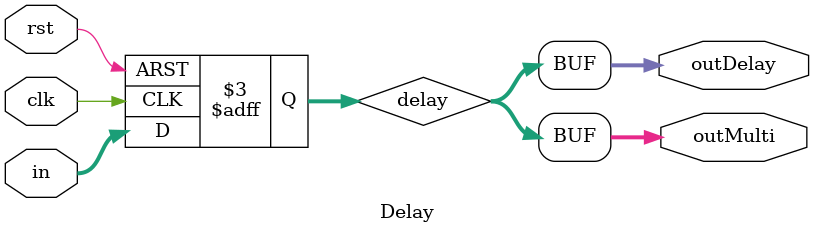
<source format=v>
module Delay(clk, rst, in, outMulti, outDelay);

	input clk, rst;
	input signed [31:0]in;
	output wire signed [31:0]outMulti, outDelay;
	
	reg signed [31:0]delay;
	
	assign outMulti = delay;
	assign outDelay = delay;
	
	always @(posedge clk or negedge rst)
	begin
		if(rst == 1'b0)
			delay <= 32'b0000000000000000_0000000000000000;
		else
			delay <= in;
	end
	
endmodule
</source>
